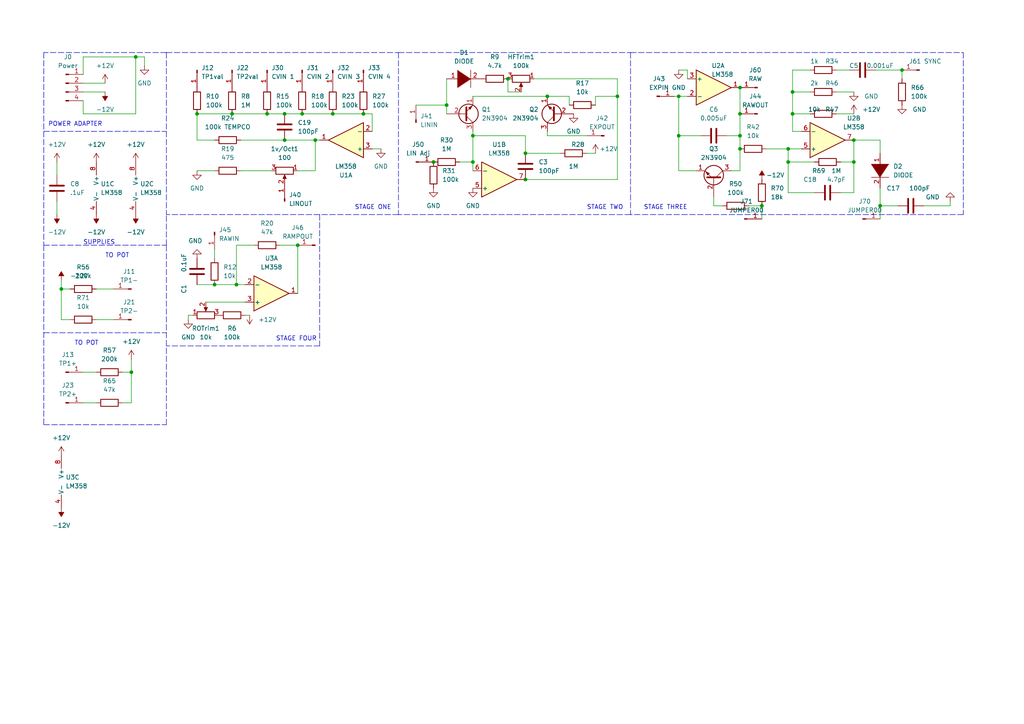
<source format=kicad_sch>
(kicad_sch (version 20211123) (generator eeschema)
  (paper "A4")
  (lib_symbols
    (symbol "Amplifier_Operational:LM358" (pin_names (offset 0.127))
      (property "Reference" "U" (at 0 5.08 0))
      (property "Value" "LM358" (at 0 -5.08 0))
      (symbol "LM358_1_1"
        (polyline (pts (xy -5.08 5.08) (xy 5.08 0) (xy -5.08 -5.08) (xy -5.08 5.08)) (stroke (width 0.254)) (fill (type background)))
        (pin output line (at 7.62 0 180) (length 2.54) (name "~") (number "1"))
        (pin input line (at -7.62 -2.54 0) (length 2.54) (name "-") (number "2"))
        (pin input line (at -7.62 2.54 0) (length 2.54) (name "+") (number "3"))
      )
      (symbol "LM358_2_1"
        (polyline (pts (xy -5.08 5.08) (xy 5.08 0) (xy -5.08 -5.08) (xy -5.08 5.08)) (stroke (width 0.254)) (fill (type background)))
        (pin input line (at -7.62 2.54 0) (length 2.54) (name "+") (number "5"))
        (pin input line (at -7.62 -2.54 0) (length 2.54) (name "-") (number "6"))
        (pin output line (at 7.62 0 180) (length 2.54) (name "~") (number "7"))
      )
      (symbol "LM358_3_1"
        (pin power_in line (at -2.54 -7.62 90) (length 3.81) (name "V-") (number "4"))
        (pin power_in line (at -2.54 7.62 270) (length 3.81) (name "V+") (number "8"))
      )
    )
    (symbol "Connector:Conn_01x01_Male" (pin_names (offset 1.016) hide)
      (property "Reference" "J" (at 0 2.54 0))
      (property "Value" "Conn_01x01_Male" (at 0 -2.54 0))
      (symbol "Conn_01x01_Male_1_1"
        (polyline (pts (xy 1.27 0) (xy 0.8636 0)) (stroke (width 0.1524)))
        (rectangle (start 0.8636 0.127) (end 0 -0.127) (stroke (width 0.1524)) (fill (type outline)))
        (pin passive line (at 5.08 0 180) (length 3.81) (name "Pin_1") (number "1"))
      )
    )
    (symbol "Connector:Conn_01x04_Male" (pin_names (offset 1.016) hide)
      (property "Reference" "J" (at 0 5.08 0))
      (property "Value" "Conn_01x04_Male" (at 0 -7.62 0))
      (symbol "Conn_01x04_Male_1_1"
        (polyline (pts (xy 1.27 -5.08) (xy 0.8636 -5.08)) (stroke (width 0.1524)))
        (polyline (pts (xy 1.27 -2.54) (xy 0.8636 -2.54)) (stroke (width 0.1524)))
        (polyline (pts (xy 1.27 0) (xy 0.8636 0)) (stroke (width 0.1524)))
        (polyline (pts (xy 1.27 2.54) (xy 0.8636 2.54)) (stroke (width 0.1524)))
        (rectangle (start 0.8636 -4.953) (end 0 -5.207) (stroke (width 0.1524)) (fill (type outline)))
        (rectangle (start 0.8636 -2.413) (end 0 -2.667) (stroke (width 0.1524)) (fill (type outline)))
        (rectangle (start 0.8636 0.127) (end 0 -0.127) (stroke (width 0.1524)) (fill (type outline)))
        (rectangle (start 0.8636 2.667) (end 0 2.413) (stroke (width 0.1524)) (fill (type outline)))
        (pin passive line (at 5.08 2.54 180) (length 3.81) (name "Pin_1") (number "1"))
        (pin passive line (at 5.08 0 180) (length 3.81) (name "Pin_2") (number "2"))
        (pin passive line (at 5.08 -2.54 180) (length 3.81) (name "Pin_3") (number "3"))
        (pin passive line (at 5.08 -5.08 180) (length 3.81) (name "Pin_4") (number "4"))
      )
    )
    (symbol "Device:C" (pin_numbers hide) (pin_names (offset 0.254))
      (property "Reference" "C" (at 0.635 2.54 0))
      (property "Value" "C" (at 0.635 -2.54 0))
      (symbol "C_0_1"
        (polyline (pts (xy -2.032 -0.762) (xy 2.032 -0.762)) (stroke (width 0.508)))
        (polyline (pts (xy -2.032 0.762) (xy 2.032 0.762)) (stroke (width 0.508)))
      )
      (symbol "C_1_1"
        (pin passive line (at 0 3.81 270) (length 2.794) (name "~") (number "1"))
        (pin passive line (at 0 -3.81 90) (length 2.794) (name "~") (number "2"))
      )
    )
    (symbol "Device:R" (pin_numbers hide) (pin_names (offset 0))
      (property "Reference" "R" (at 2.032 0 90))
      (property "Value" "R" (at 0 0 90))
      (symbol "R_0_1"
        (rectangle (start -1.016 -2.54) (end 1.016 2.54) (stroke (width 0.254)))
      )
      (symbol "R_1_1"
        (pin passive line (at 0 3.81 270) (length 1.27) (name "~") (number "1"))
        (pin passive line (at 0 -3.81 90) (length 1.27) (name "~") (number "2"))
      )
    )
    (symbol "Device:R_Potentiometer" (pin_names (offset 1.016) hide)
      (property "Reference" "RV" (at -4.445 0 90))
      (property "Value" "R_Potentiometer" (at -2.54 0 90))
      (symbol "R_Potentiometer_0_1"
        (polyline (pts (xy 2.54 0) (xy 1.524 0)))
        (polyline (pts (xy 1.143 0) (xy 2.286 0.508) (xy 2.286 -0.508) (xy 1.143 0)) (fill (type outline)))
        (rectangle (start 1.016 2.54) (end -1.016 -2.54) (stroke (width 0.254)))
      )
      (symbol "R_Potentiometer_1_1"
        (pin passive line (at 0 3.81 270) (length 1.27) (name "1") (number "1"))
        (pin passive line (at 3.81 0 180) (length 1.27) (name "2") (number "2"))
        (pin passive line (at 0 -3.81 90) (length 1.27) (name "3") (number "3"))
      )
    )
    (symbol "Transistor_BJT:2N3904" (pin_names (offset 0) hide)
      (property "Reference" "Q" (at 5.08 1.905 0))
      (property "Value" "2N3904" (at 5.08 0 0))
      (symbol "2N3904_0_1"
        (polyline (pts (xy 0.635 0.635) (xy 2.54 2.54)))
        (polyline (pts (xy 0.635 -0.635) (xy 2.54 -2.54) (xy 2.54 -2.54)))
        (polyline (pts (xy 0.635 1.905) (xy 0.635 -1.905) (xy 0.635 -1.905)) (stroke (width 0.508)))
        (polyline (pts (xy 1.27 -1.778) (xy 1.778 -1.27) (xy 2.286 -2.286) (xy 1.27 -1.778) (xy 1.27 -1.778)) (fill (type outline)))
        (circle (center 1.27 0) (radius 2.8194) (stroke (width 0.254)))
      )
      (symbol "2N3904_1_1"
        (pin passive line (at 2.54 -5.08 90) (length 2.54) (name "E") (number "1"))
        (pin passive line (at -5.08 0 0) (length 5.715) (name "B") (number "2"))
        (pin passive line (at 2.54 5.08 270) (length 2.54) (name "C") (number "3"))
      )
    )
    (symbol "power:+12V" (power) (pin_names (offset 0))
      (property "Value" "+12V" (at 0 3.556 0))
      (symbol "+12V_0_1"
        (polyline (pts (xy -0.762 1.27) (xy 0 2.54)))
        (polyline (pts (xy 0 0) (xy 0 2.54)))
        (polyline (pts (xy 0 2.54) (xy 0.762 1.27)))
      )
      (symbol "+12V_1_1"
        (pin power_in line (at 0 0 90) (length 0) hide (name "+12V") (number "1"))
      )
    )
    (symbol "power:-12V" (power) (pin_names (offset 0))
      (property "Value" "-12V" (at 0 3.81 0))
      (symbol "-12V_0_0"
        (pin power_in line (at 0 0 90) (length 0) hide (name "-12V") (number "1"))
      )
      (symbol "-12V_0_1"
        (polyline (pts (xy 0 0) (xy 0 1.27) (xy 0.762 1.27) (xy 0 2.54) (xy -0.762 1.27) (xy 0 1.27)) (fill (type outline)))
      )
    )
    (symbol "power:GND" (power) (pin_names (offset 0))
      (property "Value" "GND" (at 0 -3.81 0))
      (symbol "GND_0_1"
        (polyline (pts (xy 0 0) (xy 0 -1.27) (xy 1.27 -1.27) (xy 0 -2.54) (xy -1.27 -1.27) (xy 0 -1.27)))
      )
      (symbol "GND_1_1"
        (pin power_in line (at 0 0 270) (length 0) hide (name "GND") (number "1"))
      )
    )
    (symbol "pspice:DIODE" (pin_names (offset 1.016) hide)
      (property "Reference" "D" (at 0 3.81 0))
      (property "Value" "DIODE" (at 0 -4.445 0))
      (symbol "DIODE_0_1"
        (polyline (pts (xy 1.905 2.54) (xy 1.905 -2.54)))
        (polyline (pts (xy -1.905 2.54) (xy -1.905 -2.54) (xy 1.905 0)) (fill (type outline)))
      )
      (symbol "DIODE_1_1"
        (pin input line (at -5.08 0 0) (length 3.81) (name "K") (number "1"))
        (pin input line (at 5.08 0 180) (length 3.81) (name "A") (number "2"))
      )
    )
  )
  (junction (at 196.85 39.37))
  (junction (at 137.16 46.99))
  (junction (at 82.55 40.64))
  (junction (at 57.15 33.02))
  (junction (at 261.62 20.32))
  (junction (at 147.32 22.86))
  (junction (at 38.1 107.95))
  (junction (at 214.63 39.37))
  (junction (at 87.63 33.02))
  (junction (at 67.31 33.02))
  (junction (at 228.6 46.99))
  (junction (at 220.98 59.69))
  (junction (at 229.87 26.67))
  (junction (at 17.78 83.82))
  (junction (at 179.07 27.94))
  (junction (at 125.73 46.99))
  (junction (at 62.23 82.55))
  (junction (at 91.44 40.64))
  (junction (at 229.87 33.02))
  (junction (at 214.63 25.4))
  (junction (at 214.63 33.02))
  (junction (at 228.6 43.18))
  (junction (at 96.52 33.02))
  (junction (at 137.16 39.37))
  (junction (at 152.4 52.07))
  (junction (at 247.65 40.64))
  (junction (at 214.63 43.18))
  (junction (at 68.58 82.55))
  (junction (at 39.37 16.51))
  (junction (at 105.41 33.02))
  (junction (at 82.55 33.02))
  (junction (at 196.85 27.94))
  (junction (at 129.54 30.48))
  (junction (at 77.47 33.02))
  (junction (at 86.36 71.12))
  (junction (at 152.4 44.45))
  (junction (at 247.65 46.99))
  (junction (at 158.75 27.94))
  (junction (at 255.27 59.69))
  (wire (pts (xy 229.87 38.1) (xy 229.87 33.02)))
  (wire (pts (xy 137.16 38.1) (xy 137.16 39.37)))
  (wire (pts (xy 77.47 33.02) (xy 82.55 33.02)))
  (wire (pts (xy 162.56 44.45) (xy 152.4 44.45)))
  (wire (pts (xy 242.57 33.02) (xy 247.65 33.02)))
  (wire (pts (xy 158.75 39.37) (xy 170.18 39.37)))
  (wire (pts (xy 236.22 55.88) (xy 228.6 55.88)))
  (wire (pts (xy 24.13 33.02) (xy 24.13 29.21)))
  (wire (pts (xy 86.36 49.53) (xy 91.44 49.53)))
  (wire (pts (xy 236.22 46.99) (xy 228.6 46.99)))
  (wire (pts (xy 247.65 55.88) (xy 243.84 55.88)))
  (wire (pts (xy 165.1 27.94) (xy 165.1 30.48)))
  (polyline (pts (xy 115.57 15.24) (xy 115.57 62.23)))
  (wire (pts (xy 27.94 92.71) (xy 33.02 92.71)))
  (wire (pts (xy 172.72 27.94) (xy 179.07 27.94)))
  (wire (pts (xy 82.55 33.02) (xy 87.63 33.02)))
  (wire (pts (xy 96.52 33.02) (xy 105.41 33.02)))
  (wire (pts (xy 57.15 33.02) (xy 67.31 33.02)))
  (polyline (pts (xy 92.71 100.33) (xy 48.26 100.33)))
  (wire (pts (xy 242.57 20.32) (xy 246.38 20.32)))
  (wire (pts (xy 196.85 49.53) (xy 201.93 49.53)))
  (wire (pts (xy 57.15 33.02) (xy 57.15 40.64)))
  (wire (pts (xy 255.27 59.69) (xy 260.35 59.69)))
  (wire (pts (xy 179.07 22.86) (xy 179.07 27.94)))
  (wire (pts (xy 24.13 24.13) (xy 30.48 24.13)))
  (wire (pts (xy 133.35 46.99) (xy 137.16 46.99)))
  (wire (pts (xy 137.16 39.37) (xy 152.4 39.37)))
  (wire (pts (xy 82.55 40.64) (xy 91.44 40.64)))
  (wire (pts (xy 214.63 49.53) (xy 212.09 49.53)))
  (wire (pts (xy 57.15 49.53) (xy 62.23 49.53)))
  (wire (pts (xy 247.65 40.64) (xy 247.65 46.99)))
  (wire (pts (xy 196.85 20.32) (xy 199.39 20.32)))
  (wire (pts (xy 255.27 54.61) (xy 255.27 59.69)))
  (wire (pts (xy 154.94 22.86) (xy 179.07 22.86)))
  (polyline (pts (xy 115.57 62.23) (xy 48.26 62.23)))
  (wire (pts (xy 129.54 22.86) (xy 129.54 30.48)))
  (polyline (pts (xy 12.7 15.24) (xy 12.7 38.1)))
  (wire (pts (xy 69.85 40.64) (xy 82.55 40.64)))
  (wire (pts (xy 214.63 39.37) (xy 214.63 43.18)))
  (wire (pts (xy 54.61 91.44) (xy 54.61 92.71)))
  (wire (pts (xy 24.13 21.59) (xy 24.13 16.51)))
  (wire (pts (xy 41.91 16.51) (xy 41.91 19.05)))
  (wire (pts (xy 179.07 27.94) (xy 179.07 52.07)))
  (polyline (pts (xy 182.88 15.24) (xy 279.4 15.24)))
  (wire (pts (xy 17.78 92.71) (xy 20.32 92.71)))
  (wire (pts (xy 120.65 30.48) (xy 129.54 30.48)))
  (wire (pts (xy 275.59 59.69) (xy 267.97 59.69)))
  (wire (pts (xy 147.32 26.67) (xy 147.32 22.86)))
  (wire (pts (xy 261.62 20.32) (xy 261.62 22.86)))
  (polyline (pts (xy 12.7 38.1) (xy 48.26 38.1)))
  (wire (pts (xy 207.01 57.15) (xy 207.01 59.69)))
  (wire (pts (xy 228.6 46.99) (xy 228.6 43.18)))
  (wire (pts (xy 232.41 38.1) (xy 229.87 38.1)))
  (wire (pts (xy 220.98 59.69) (xy 220.98 63.5)))
  (wire (pts (xy 68.58 82.55) (xy 71.12 82.55)))
  (wire (pts (xy 17.78 83.82) (xy 20.32 83.82)))
  (wire (pts (xy 214.63 43.18) (xy 214.63 49.53)))
  (wire (pts (xy 24.13 26.67) (xy 30.48 26.67)))
  (wire (pts (xy 229.87 33.02) (xy 234.95 33.02)))
  (wire (pts (xy 207.01 59.69) (xy 209.55 59.69)))
  (wire (pts (xy 38.1 107.95) (xy 38.1 116.84)))
  (wire (pts (xy 38.1 104.14) (xy 38.1 107.95)))
  (polyline (pts (xy 48.26 15.24) (xy 115.57 15.24)))
  (polyline (pts (xy 48.26 123.19) (xy 48.26 71.12)))
  (wire (pts (xy 196.85 39.37) (xy 196.85 49.53)))
  (wire (pts (xy 247.65 46.99) (xy 243.84 46.99)))
  (polyline (pts (xy 12.7 96.52) (xy 48.26 96.52)))
  (polyline (pts (xy 48.26 71.12) (xy 48.26 62.23)))
  (wire (pts (xy 220.98 59.69) (xy 217.17 59.69)))
  (wire (pts (xy 91.44 40.64) (xy 92.71 40.64)))
  (wire (pts (xy 228.6 43.18) (xy 232.41 43.18)))
  (wire (pts (xy 228.6 55.88) (xy 228.6 46.99)))
  (polyline (pts (xy 279.4 62.23) (xy 182.88 62.23)))
  (wire (pts (xy 229.87 26.67) (xy 229.87 33.02)))
  (wire (pts (xy 87.63 33.02) (xy 96.52 33.02)))
  (wire (pts (xy 152.4 44.45) (xy 152.4 39.37)))
  (wire (pts (xy 91.44 49.53) (xy 91.44 40.64)))
  (wire (pts (xy 69.85 49.53) (xy 78.74 49.53)))
  (polyline (pts (xy 48.26 15.24) (xy 12.7 15.24)))
  (wire (pts (xy 16.51 58.42) (xy 16.51 62.23)))
  (wire (pts (xy 27.94 83.82) (xy 33.02 83.82)))
  (wire (pts (xy 158.75 38.1) (xy 158.75 39.37)))
  (wire (pts (xy 170.18 44.45) (xy 172.72 44.45)))
  (wire (pts (xy 16.51 46.99) (xy 16.51 50.8)))
  (polyline (pts (xy 279.4 15.24) (xy 279.4 62.23)))
  (wire (pts (xy 196.85 27.94) (xy 199.39 27.94)))
  (polyline (pts (xy 115.57 15.24) (xy 182.88 15.24)))
  (wire (pts (xy 229.87 20.32) (xy 234.95 20.32)))
  (polyline (pts (xy 12.7 71.12) (xy 48.26 71.12)))
  (wire (pts (xy 24.13 16.51) (xy 39.37 16.51)))
  (wire (pts (xy 24.13 116.84) (xy 27.94 116.84)))
  (wire (pts (xy 17.78 81.28) (xy 17.78 83.82)))
  (wire (pts (xy 62.23 72.39) (xy 62.23 74.93)))
  (wire (pts (xy 59.69 87.63) (xy 71.12 87.63)))
  (wire (pts (xy 67.31 33.02) (xy 77.47 33.02)))
  (polyline (pts (xy 92.71 62.23) (xy 92.71 100.33)))
  (wire (pts (xy 105.41 33.02) (xy 107.95 33.02)))
  (polyline (pts (xy 12.7 123.19) (xy 48.26 123.19)))
  (wire (pts (xy 39.37 16.51) (xy 39.37 33.02)))
  (wire (pts (xy 275.59 58.42) (xy 275.59 59.69)))
  (wire (pts (xy 107.95 33.02) (xy 107.95 38.1)))
  (wire (pts (xy 68.58 71.12) (xy 68.58 82.55)))
  (wire (pts (xy 137.16 39.37) (xy 137.16 46.99)))
  (wire (pts (xy 247.65 40.64) (xy 255.27 40.64)))
  (wire (pts (xy 222.25 43.18) (xy 228.6 43.18)))
  (wire (pts (xy 210.82 39.37) (xy 214.63 39.37)))
  (wire (pts (xy 39.37 16.51) (xy 41.91 16.51)))
  (wire (pts (xy 214.63 33.02) (xy 214.63 39.37)))
  (wire (pts (xy 81.28 71.12) (xy 86.36 71.12)))
  (wire (pts (xy 57.15 40.64) (xy 62.23 40.64)))
  (wire (pts (xy 73.66 71.12) (xy 68.58 71.12)))
  (wire (pts (xy 199.39 20.32) (xy 199.39 22.86)))
  (wire (pts (xy 57.15 82.55) (xy 62.23 82.55)))
  (wire (pts (xy 158.75 27.94) (xy 165.1 27.94)))
  (wire (pts (xy 35.56 107.95) (xy 38.1 107.95)))
  (wire (pts (xy 195.58 27.94) (xy 196.85 27.94)))
  (wire (pts (xy 62.23 82.55) (xy 68.58 82.55)))
  (wire (pts (xy 196.85 39.37) (xy 203.2 39.37)))
  (wire (pts (xy 24.13 107.95) (xy 27.94 107.95)))
  (wire (pts (xy 242.57 26.67) (xy 247.65 26.67)))
  (wire (pts (xy 39.37 33.02) (xy 24.13 33.02)))
  (wire (pts (xy 152.4 52.07) (xy 179.07 52.07)))
  (wire (pts (xy 17.78 83.82) (xy 17.78 92.71)))
  (wire (pts (xy 229.87 26.67) (xy 234.95 26.67)))
  (wire (pts (xy 255.27 59.69) (xy 255.27 63.5)))
  (wire (pts (xy 229.87 26.67) (xy 229.87 20.32)))
  (polyline (pts (xy 182.88 15.24) (xy 182.88 62.23)))
  (wire (pts (xy 129.54 30.48) (xy 129.54 33.02)))
  (polyline (pts (xy 48.26 15.24) (xy 48.26 62.23)))
  (wire (pts (xy 55.88 91.44) (xy 54.61 91.44)))
  (wire (pts (xy 254 20.32) (xy 261.62 20.32)))
  (wire (pts (xy 86.36 71.12) (xy 86.36 85.09)))
  (wire (pts (xy 172.72 30.48) (xy 172.72 27.94)))
  (wire (pts (xy 110.49 43.18) (xy 107.95 43.18)))
  (wire (pts (xy 38.1 116.84) (xy 35.56 116.84)))
  (wire (pts (xy 255.27 40.64) (xy 255.27 44.45)))
  (wire (pts (xy 137.16 27.94) (xy 158.75 27.94)))
  (wire (pts (xy 151.13 26.67) (xy 147.32 26.67)))
  (polyline (pts (xy 12.7 71.12) (xy 12.7 123.19)))
  (wire (pts (xy 214.63 25.4) (xy 214.63 33.02)))
  (polyline (pts (xy 182.88 62.23) (xy 115.57 62.23)))
  (polyline (pts (xy 12.7 38.1) (xy 12.7 71.12)))
  (wire (pts (xy 247.65 46.99) (xy 247.65 55.88)))
  (wire (pts (xy 137.16 46.99) (xy 137.16 49.53)))
  (wire (pts (xy 71.12 91.44) (xy 72.39 91.44)))
  (wire (pts (xy 196.85 27.94) (xy 196.85 39.37)))
  (text "TO POT" (at 30.48 74.93 0) (effects (font (size 1.27 1.27)) (justify left bottom)))
  (text "STAGE THREE" (at 186.69 60.96 0) (effects (font (size 1.27 1.27)) (justify left bottom)))
  (text "STAGE TWO" (at 170.18 60.96 0) (effects (font (size 1.27 1.27)) (justify left bottom)))
  (text "POWER ADAPTER" (at 13.97 36.83 0) (effects (font (size 1.27 1.27)) (justify left bottom)))
  (text "STAGE ONE" (at 102.87 60.96 0) (effects (font (size 1.27 1.27)) (justify left bottom)))
  (text "STAGE FOUR" (at 80.01 99.06 0) (effects (font (size 1.27 1.27)) (justify left bottom)))
  (text "TO POT" (at 21.59 100.33 0) (effects (font (size 1.27 1.27)) (justify left bottom)))
  (text "SUPPLIES" (at 24.13 71.12 0) (effects (font (size 1.27 1.27)) (justify left bottom)))
  (symbol (lib_id "Connector:Conn_01x01_Male") (at 190.5 27.94 0) (unit 1)
    (property "Reference" "J43" (at 191.135 22.86 0))
    (property "Value" "EXPIN" (at 191.135 25.4 0))
    (property "Footprint" "Connector_PinHeader_2.54mm:PinHeader_1x01_P2.54mm_Vertical" (effects hide))
  )
  (symbol (lib_id "Device:R") (at 220.98 55.88 180) (unit 1)
    (property "Reference" "R70" (at 223.52 54.6099 0) (effects (justify right)))
    (property "Value" "18k" (at 223.52 57.1499 0) (effects (justify right)))
    (property "Footprint" "Resistor_SMD:R_1206_3216Metric" (effects hide))
  )
  (symbol (lib_id "power:-12V") (at 220.98 52.07 0) (unit 1)
    (property "Reference" "#PWR0102" (effects hide))
    (property "Value" "-12V" (at 222.25 50.8 0) (effects (justify left)))
  )
  (symbol (lib_id "Connector:Conn_01x01_Male") (at 175.26 39.37 180) (unit 1)
    (property "Reference" "J42" (at 174.625 34.29 0))
    (property "Value" "EXPOUT" (at 174.625 36.83 0))
    (property "Footprint" "Connector_PinHeader_2.54mm:PinHeader_1x01_P2.54mm_Vertical" (effects hide))
  )
  (symbol (lib_id "Device:R") (at 166.37 44.45 270) (unit 1)
    (property "Reference" "R28" (at 167.64 41.91 90))
    (property "Value" "1M" (at 166.37 48.26 90))
    (property "Footprint" "Resistor_SMD:R_1206_3216Metric" (effects hide))
  )
  (symbol (lib_id "power:-12V") (at 27.94 62.23 180) (unit 1)
    (property "Reference" "#PWR0121" (effects hide))
    (property "Value" "-12V" (at 27.94 67.31 0))
  )
  (symbol (lib_id "Device:C") (at 250.19 20.32 90) (unit 1)
    (property "Reference" "C5" (at 247.65 19.05 90))
    (property "Value" "0.001uF" (at 255.27 19.05 90))
    (property "Footprint" "Capacitor_SMD:C_1206_3216Metric" (effects hide))
  )
  (symbol (lib_id "Device:C") (at 57.15 78.74 180) (unit 1)
    (property "Reference" "C1" (at 53.34 83.82 90))
    (property "Value" "0.1uF" (at 53.34 76.2 90))
    (property "Footprint" "Capacitor_SMD:C_1206_3216Metric" (effects hide))
  )
  (symbol (lib_id "power:+12V") (at 17.78 132.08 0) (unit 1)
    (property "Reference" "#PWR0124" (effects hide))
    (property "Value" "+12V" (at 17.78 127 0))
  )
  (symbol (lib_id "Connector:Conn_01x01_Male") (at 82.55 58.42 90) (unit 1)
    (property "Reference" "J40" (at 83.82 56.5149 90) (effects (justify right)))
    (property "Value" "LINOUT" (at 83.82 59.0549 90) (effects (justify right)))
    (property "Footprint" "Connector_PinHeader_2.54mm:PinHeader_1x01_P2.54mm_Vertical" (effects hide))
  )
  (symbol (lib_id "power:GND") (at 57.15 74.93 180) (unit 1)
    (property "Reference" "#PWR0126" (effects hide))
    (property "Value" "GND" (at 54.61 69.85 0) (effects (justify right)))
  )
  (symbol (lib_id "Connector:Conn_01x01_Male") (at 250.19 63.5 0) (unit 1)
    (property "Reference" "J70" (at 250.825 58.42 0))
    (property "Value" "JUMPER00" (at 250.825 60.96 0))
    (property "Footprint" "Connector_PinHeader_2.54mm:PinHeader_1x01_P2.54mm_Vertical" (effects hide))
  )
  (symbol (lib_id "Connector:Conn_01x01_Male") (at 105.41 20.32 270) (unit 1)
    (property "Reference" "J33" (at 106.68 19.6849 90) (effects (justify left)))
    (property "Value" "CVIN 4" (at 106.68 22.2249 90) (effects (justify left)))
    (property "Footprint" "Connector_PinHeader_2.54mm:PinHeader_1x01_P2.54mm_Vertical" (effects hide))
  )
  (symbol (lib_id "Device:R") (at 31.75 107.95 90) (unit 1)
    (property "Reference" "R57" (at 31.75 101.6 90))
    (property "Value" "200k" (at 31.75 104.14 90))
    (property "Footprint" "Resistor_SMD:R_1206_3216Metric" (effects hide))
  )
  (symbol (lib_id "power:+12V") (at 16.51 46.99 0) (unit 1)
    (property "Reference" "#PWR0117" (effects hide))
    (property "Value" "+12V" (at 16.51 41.91 0))
  )
  (symbol (lib_id "Connector:Conn_01x01_Male") (at 219.71 33.02 180) (unit 1)
    (property "Reference" "J44" (at 219.075 27.94 0))
    (property "Value" "RAWOUT" (at 219.075 30.48 0))
    (property "Footprint" "Connector_PinHeader_2.54mm:PinHeader_1x01_P2.54mm_Vertical" (effects hide))
  )
  (symbol (lib_id "Connector:Conn_01x01_Male") (at 62.23 67.31 270) (unit 1)
    (property "Reference" "J45" (at 63.5 66.6749 90) (effects (justify left)))
    (property "Value" "RAWIN" (at 63.5 69.2149 90) (effects (justify left)))
    (property "Footprint" "Connector_PinHeader_2.54mm:PinHeader_1x01_P2.54mm_Vertical" (effects hide))
  )
  (symbol (lib_id "power:GND") (at 247.65 26.67 0) (unit 1)
    (property "Reference" "#PWR0106" (effects hide))
    (property "Value" "GND" (at 252.73 27.94 0))
  )
  (symbol (lib_id "Amplifier_Operational:LM358") (at 207.01 25.4 0) (unit 1)
    (property "Reference" "U2" (at 208.28 19.05 0))
    (property "Value" "LM358" (at 209.55 21.59 0))
    (property "Footprint" "Package_DIP:DIP-8_W7.62mm" (effects hide))
    (property "Datasheet" "http://www.ti.com/lit/ds/symlink/lm2904-n.pdf" (effects hide))
  )
  (symbol (lib_id "power:-12V") (at 17.78 147.32 180) (unit 1)
    (property "Reference" "#PWR0125" (effects hide))
    (property "Value" "-12V" (at 17.78 152.4 0))
  )
  (symbol (lib_id "Connector:Conn_01x01_Male") (at 219.71 25.4 180) (unit 1)
    (property "Reference" "J60" (at 219.075 20.32 0))
    (property "Value" "RAW" (at 219.075 22.86 0))
    (property "Footprint" "Connector_PinHeader_2.54mm:PinHeader_1x01_P2.54mm_Vertical" (effects hide))
  )
  (symbol (lib_id "Device:C") (at 207.01 39.37 90) (unit 1)
    (property "Reference" "C6" (at 207.01 31.75 90))
    (property "Value" "0.005uF" (at 207.01 34.29 90))
    (property "Footprint" "Capacitor_SMD:C_1206_3216Metric" (effects hide))
  )
  (symbol (lib_id "Connector:Conn_01x01_Male") (at 38.1 83.82 180) (unit 1)
    (property "Reference" "J11" (at 37.465 78.74 0))
    (property "Value" "TP1-" (at 37.465 81.28 0))
    (property "Footprint" "Connector_PinHeader_2.54mm:PinHeader_1x01_P2.54mm_Vertical" (effects hide))
  )
  (symbol (lib_id "Device:C") (at 152.4 48.26 0) (unit 1)
    (property "Reference" "C3" (at 156.21 46.9899 0) (effects (justify left)))
    (property "Value" "100pF" (at 156.21 49.5299 0) (effects (justify left)))
    (property "Footprint" "Capacitor_SMD:C_1206_3216Metric" (effects hide))
  )
  (symbol (lib_id "power:-12V") (at 17.78 81.28 0) (unit 1)
    (property "Reference" "#PWR0122" (effects hide))
    (property "Value" "-12V" (at 20.32 80.0099 0) (effects (justify left)))
  )
  (symbol (lib_id "Device:R") (at 238.76 26.67 90) (unit 1)
    (property "Reference" "R46" (at 241.3 24.13 90))
    (property "Value" "2k" (at 236.22 24.13 90))
    (property "Footprint" "Resistor_SMD:R_1206_3216Metric" (effects hide))
  )
  (symbol (lib_id "Device:R") (at 261.62 26.67 180) (unit 1)
    (property "Reference" "R66" (at 264.16 25.3999 0) (effects (justify right)))
    (property "Value" "100k" (at 264.16 27.9399 0) (effects (justify right)))
    (property "Footprint" "Resistor_SMD:R_1206_3216Metric" (effects hide))
  )
  (symbol (lib_id "power:GND") (at 137.16 54.61 0) (unit 1)
    (property "Reference" "#PWR0103" (effects hide))
    (property "Value" "GND" (at 137.16 59.69 0))
  )
  (symbol (lib_id "Device:R") (at 31.75 116.84 90) (unit 1)
    (property "Reference" "R65" (at 31.75 110.49 90))
    (property "Value" "47k" (at 31.75 113.03 90))
    (property "Footprint" "Resistor_SMD:R_1206_3216Metric" (effects hide))
  )
  (symbol (lib_id "Device:R") (at 87.63 29.21 180) (unit 1)
    (property "Reference" "R18" (at 90.17 27.9399 0) (effects (justify right)))
    (property "Value" "100k" (at 90.17 30.4799 0) (effects (justify right)))
    (property "Footprint" "Resistor_SMD:R_1206_3216Metric" (effects hide))
  )
  (symbol (lib_id "Connector:Conn_01x04_Male") (at 19.05 24.13 0) (unit 1)
    (property "Reference" "J0" (at 19.685 16.51 0))
    (property "Value" "Power" (at 19.685 19.05 0))
    (property "Footprint" "Connector_PinHeader_2.54mm:PinHeader_1x04_P2.54mm_Vertical" (effects hide))
  )
  (symbol (lib_id "power:+12V") (at 247.65 33.02 0) (unit 1)
    (property "Reference" "#PWR0107" (effects hide))
    (property "Value" "+12V" (at 252.73 31.75 0))
  )
  (symbol (lib_id "Connector:Conn_01x01_Male") (at 38.1 92.71 180) (unit 1)
    (property "Reference" "J21" (at 37.465 87.63 0))
    (property "Value" "TP2-" (at 37.465 90.17 0))
    (property "Footprint" "Connector_PinHeader_2.54mm:PinHeader_1x01_P2.54mm_Vertical" (effects hide))
  )
  (symbol (lib_id "pspice:DIODE") (at 134.62 22.86 0) (unit 1)
    (property "Reference" "D1" (at 134.62 15.24 0))
    (property "Value" "DIODE" (at 134.62 17.78 0))
    (property "Footprint" "Diode_SMD:D_1206_3216Metric" (effects hide))
  )
  (symbol (lib_id "Connector:Conn_01x01_Male") (at 120.65 46.99 0) (unit 1)
    (property "Reference" "J50" (at 121.285 41.91 0))
    (property "Value" "LIN Adj" (at 121.285 44.45 0))
    (property "Footprint" "Connector_PinHeader_2.54mm:PinHeader_1x01_P2.54mm_Vertical" (effects hide))
  )
  (symbol (lib_id "Device:C") (at 16.51 54.61 0) (unit 1)
    (property "Reference" "C8" (at 20.32 53.3399 0) (effects (justify left)))
    (property "Value" ".1uF" (at 20.32 55.8799 0) (effects (justify left)))
    (property "Footprint" "Capacitor_SMD:C_1206_3216Metric" (effects hide))
  )
  (symbol (lib_id "Connector:Conn_01x01_Male") (at 57.15 20.32 270) (unit 1)
    (property "Reference" "J12" (at 58.42 19.6849 90) (effects (justify left)))
    (property "Value" "TP1val" (at 58.42 22.2249 90) (effects (justify left)))
    (property "Footprint" "Connector_PinHeader_2.54mm:PinHeader_1x01_P2.54mm_Vertical" (effects hide))
  )
  (symbol (lib_id "power:GND") (at 196.85 20.32 0) (unit 1)
    (property "Reference" "#PWR0109" (effects hide))
    (property "Value" "GND" (at 196.85 25.4 0))
  )
  (symbol (lib_id "Device:R_Potentiometer") (at 151.13 22.86 270) (unit 1)
    (property "Reference" "HFTrim1" (at 151.13 16.51 90))
    (property "Value" "100k" (at 151.13 19.05 90))
    (property "Footprint" "Potentiometer_THT:Potentiometer_ACP_CA6-H2,5_Horizontal" (effects hide))
  )
  (symbol (lib_id "Connector:Conn_01x01_Male") (at 215.9 63.5 0) (unit 1)
    (property "Reference" "J71" (at 216.535 58.42 0))
    (property "Value" "JUMPER00" (at 216.535 60.96 0))
    (property "Footprint" "Connector_PinHeader_2.54mm:PinHeader_1x01_P2.54mm_Vertical" (effects hide))
  )
  (symbol (lib_id "Connector:Conn_01x01_Male") (at 77.47 20.32 270) (unit 1)
    (property "Reference" "J30" (at 78.74 19.6849 90) (effects (justify left)))
    (property "Value" "CVIN 1" (at 78.74 22.2249 90) (effects (justify left)))
    (property "Footprint" "Connector_PinHeader_2.54mm:PinHeader_1x01_P2.54mm_Vertical" (effects hide))
  )
  (symbol (lib_id "Amplifier_Operational:LM358") (at 78.74 85.09 0) (mirror x) (unit 1)
    (property "Reference" "U3" (at 78.74 74.93 0))
    (property "Value" "LM358" (at 78.74 77.47 0))
    (property "Footprint" "Package_DIP:DIP-8_W7.62mm" (effects hide))
    (property "Datasheet" "http://www.ti.com/lit/ds/symlink/lm2904-n.pdf" (effects hide))
  )
  (symbol (lib_id "Device:R") (at 129.54 46.99 90) (unit 1)
    (property "Reference" "R30" (at 129.54 40.64 90))
    (property "Value" "1M" (at 129.54 43.18 90))
    (property "Footprint" "Resistor_SMD:R_1206_3216Metric" (effects hide))
  )
  (symbol (lib_id "power:GND") (at 110.49 43.18 0) (unit 1)
    (property "Reference" "#PWR0105" (effects hide))
    (property "Value" "GND" (at 110.49 48.26 0))
  )
  (symbol (lib_id "Connector:Conn_01x01_Male") (at 19.05 107.95 0) (unit 1)
    (property "Reference" "J13" (at 19.685 102.87 0))
    (property "Value" "TP1+" (at 19.685 105.41 0))
    (property "Footprint" "Connector_PinHeader_2.54mm:PinHeader_1x01_P2.54mm_Vertical" (effects hide))
  )
  (symbol (lib_id "Amplifier_Operational:LM358") (at 41.91 54.61 0) (unit 3)
    (property "Reference" "U2" (at 40.64 53.3399 0) (effects (justify left)))
    (property "Value" "LM358" (at 40.64 55.8799 0) (effects (justify left)))
    (property "Footprint" "Package_DIP:DIP-8_W7.62mm" (effects hide))
    (property "Datasheet" "http://www.ti.com/lit/ds/symlink/lm2904-n.pdf" (effects hide))
  )
  (symbol (lib_id "Device:R") (at 66.04 40.64 270) (unit 1)
    (property "Reference" "R24" (at 66.04 34.29 90))
    (property "Value" "100k TEMPCO" (at 66.04 36.83 90))
    (property "Footprint" "Resistor_THT:R_Axial_DIN0204_L3.6mm_D1.6mm_P5.08mm_Horizontal" (effects hide))
  )
  (symbol (lib_id "pspice:DIODE") (at 255.27 49.53 270) (unit 1)
    (property "Reference" "D2" (at 259.08 48.2599 90) (effects (justify left)))
    (property "Value" "DIODE" (at 259.08 50.7999 90) (effects (justify left)))
    (property "Footprint" "Diode_SMD:D_1206_3216Metric" (effects hide))
  )
  (symbol (lib_id "power:GND") (at 275.59 58.42 180) (unit 1)
    (property "Reference" "#PWR0101" (effects hide))
    (property "Value" "GND" (at 270.51 57.15 0))
  )
  (symbol (lib_id "Device:C") (at 240.03 55.88 90) (unit 1)
    (property "Reference" "C18" (at 234.95 52.07 90))
    (property "Value" "4.7pF" (at 242.57 52.07 90))
    (property "Footprint" "Capacitor_SMD:C_1206_3216Metric" (effects hide))
  )
  (symbol (lib_id "Amplifier_Operational:LM358") (at 240.03 40.64 0) (mirror x) (unit 2)
    (property "Reference" "U2" (at 247.65 34.29 0))
    (property "Value" "LM358" (at 247.65 36.83 0))
    (property "Footprint" "Package_DIP:DIP-8_W7.62mm" (effects hide))
    (property "Datasheet" "http://www.ti.com/lit/ds/symlink/lm2904-n.pdf" (effects hide))
  )
  (symbol (lib_id "Device:R") (at 238.76 33.02 90) (unit 1)
    (property "Reference" "R47" (at 241.3 31.75 90))
    (property "Value" "10k" (at 236.22 31.75 90))
    (property "Footprint" "Resistor_SMD:R_1206_3216Metric" (effects hide))
  )
  (symbol (lib_id "power:-12V") (at 16.51 62.23 180) (unit 1)
    (property "Reference" "#PWR0118" (effects hide))
    (property "Value" "-12V" (at 16.51 67.31 0))
  )
  (symbol (lib_id "Device:R") (at 105.41 29.21 180) (unit 1)
    (property "Reference" "R27" (at 107.95 27.9399 0) (effects (justify right)))
    (property "Value" "100k" (at 107.95 30.4799 0) (effects (justify right)))
    (property "Footprint" "Resistor_SMD:R_1206_3216Metric" (effects hide))
  )
  (symbol (lib_id "Device:R") (at 57.15 29.21 180) (unit 1)
    (property "Reference" "R10" (at 59.69 27.9399 0) (effects (justify right)))
    (property "Value" "100k" (at 59.69 30.4799 0) (effects (justify right)))
    (property "Footprint" "Resistor_SMD:R_1206_3216Metric" (effects hide))
  )
  (symbol (lib_id "Device:R") (at 96.52 29.21 180) (unit 1)
    (property "Reference" "R23" (at 99.06 27.9399 0) (effects (justify right)))
    (property "Value" "100k" (at 99.06 30.4799 0) (effects (justify right)))
    (property "Footprint" "Resistor_SMD:R_1206_3216Metric" (effects hide))
  )
  (symbol (lib_id "Device:R_Potentiometer") (at 59.69 91.44 90) (unit 1)
    (property "Reference" "ROTrim1" (at 59.69 95.25 90))
    (property "Value" "10k" (at 59.69 97.79 90))
    (property "Footprint" "Potentiometer_THT:Potentiometer_ACP_CA6-H2,5_Horizontal" (effects hide))
  )
  (symbol (lib_id "Transistor_BJT:2N3904") (at 207.01 52.07 270) (mirror x) (unit 1)
    (property "Reference" "Q3" (at 207.01 43.18 90))
    (property "Value" "2N3904" (at 207.01 45.72 90))
    (property "Footprint" "Package_TO_SOT_THT:TO-92_Inline" (effects hide))
    (property "Datasheet" "https://www.onsemi.com/pub/Collateral/2N3903-D.PDF" (effects hide))
  )
  (symbol (lib_id "Device:C") (at 264.16 59.69 90) (unit 1)
    (property "Reference" "C17" (at 259.08 54.61 90))
    (property "Value" "100pF" (at 266.7 54.61 90))
    (property "Footprint" "Capacitor_SMD:C_1206_3216Metric" (effects hide))
  )
  (symbol (lib_id "power:+12V") (at 38.1 104.14 0) (unit 1)
    (property "Reference" "#PWR0123" (effects hide))
    (property "Value" "+12V" (at 38.1 99.06 0))
  )
  (symbol (lib_id "power:GND") (at 41.91 19.05 0) (unit 1)
    (property "Reference" "#PWR0113" (effects hide))
    (property "Value" "GND" (at 41.91 24.13 0))
  )
  (symbol (lib_id "Device:R") (at 67.31 29.21 180) (unit 1)
    (property "Reference" "R8" (at 69.85 27.9399 0) (effects (justify right)))
    (property "Value" "1M" (at 69.85 30.4799 0) (effects (justify right)))
    (property "Footprint" "Resistor_SMD:R_1206_3216Metric" (effects hide))
  )
  (symbol (lib_id "Amplifier_Operational:LM358") (at 20.32 139.7 0) (unit 3)
    (property "Reference" "U3" (at 19.05 138.4299 0) (effects (justify left)))
    (property "Value" "LM358" (at 19.05 140.9699 0) (effects (justify left)))
    (property "Footprint" "Package_DIP:DIP-8_W7.62mm" (effects hide))
    (property "Datasheet" "http://www.ti.com/lit/ds/symlink/lm2904-n.pdf" (effects hide))
  )
  (symbol (lib_id "Connector:Conn_01x01_Male") (at 19.05 116.84 0) (unit 1)
    (property "Reference" "J23" (at 19.685 111.76 0))
    (property "Value" "TP2+" (at 19.685 114.3 0))
    (property "Footprint" "Connector_PinHeader_2.54mm:PinHeader_1x01_P2.54mm_Vertical" (effects hide))
  )
  (symbol (lib_id "power:+12V") (at 172.72 44.45 0) (unit 1)
    (property "Reference" "#PWR0110" (effects hide))
    (property "Value" "+12V" (at 176.53 43.18 0))
  )
  (symbol (lib_id "Amplifier_Operational:LM358") (at 100.33 40.64 180) (unit 1)
    (property "Reference" "U1" (at 100.33 50.8 0))
    (property "Value" "LM358" (at 100.33 48.26 0))
    (property "Footprint" "Package_DIP:DIP-8_W7.62mm" (effects hide))
    (property "Datasheet" "http://www.ti.com/lit/ds/symlink/lm2904-n.pdf" (effects hide))
  )
  (symbol (lib_id "Device:R") (at 218.44 43.18 90) (unit 1)
    (property "Reference" "R42" (at 218.44 36.83 90))
    (property "Value" "10k" (at 218.44 39.37 90))
    (property "Footprint" "Resistor_SMD:R_1206_3216Metric" (effects hide))
  )
  (symbol (lib_id "Connector:Conn_01x01_Male") (at 87.63 20.32 270) (unit 1)
    (property "Reference" "J31" (at 88.9 19.6849 90) (effects (justify left)))
    (property "Value" "CVIN 2" (at 88.9 22.2249 90) (effects (justify left)))
    (property "Footprint" "Connector_PinHeader_2.54mm:PinHeader_1x01_P2.54mm_Vertical" (effects hide))
  )
  (symbol (lib_id "Device:R") (at 77.47 29.21 180) (unit 1)
    (property "Reference" "R15" (at 80.01 27.9399 0) (effects (justify right)))
    (property "Value" "100k" (at 80.01 30.4799 0) (effects (justify right)))
    (property "Footprint" "Resistor_SMD:R_1206_3216Metric" (effects hide))
  )
  (symbol (lib_id "Device:R") (at 67.31 91.44 90) (unit 1)
    (property "Reference" "R6" (at 67.31 95.25 90))
    (property "Value" "100k" (at 67.31 97.79 90))
    (property "Footprint" "Resistor_SMD:R_1206_3216Metric" (effects hide))
  )
  (symbol (lib_id "Device:R") (at 213.36 59.69 270) (unit 1)
    (property "Reference" "R50" (at 213.36 53.34 90))
    (property "Value" "100k" (at 213.36 55.88 90))
    (property "Footprint" "Resistor_SMD:R_1206_3216Metric" (effects hide))
  )
  (symbol (lib_id "Device:R") (at 24.13 83.82 90) (unit 1)
    (property "Reference" "R56" (at 24.13 77.47 90))
    (property "Value" "200k" (at 24.13 80.01 90))
    (property "Footprint" "Resistor_SMD:R_1206_3216Metric" (effects hide))
  )
  (symbol (lib_id "power:+12V") (at 30.48 24.13 0) (unit 1)
    (property "Reference" "#PWR0112" (effects hide))
    (property "Value" "+12V" (at 30.48 19.05 0))
  )
  (symbol (lib_id "Connector:Conn_01x01_Male") (at 120.65 35.56 90) (unit 1)
    (property "Reference" "J41" (at 121.92 33.6549 90) (effects (justify right)))
    (property "Value" "LININ" (at 121.92 36.1949 90) (effects (justify right)))
    (property "Footprint" "Connector_PinHeader_2.54mm:PinHeader_1x01_P2.54mm_Vertical" (effects hide))
  )
  (symbol (lib_id "power:-12V") (at 30.48 26.67 180) (unit 1)
    (property "Reference" "#PWR0114" (effects hide))
    (property "Value" "-12V" (at 30.48 31.75 0))
  )
  (symbol (lib_id "Connector:Conn_01x01_Male") (at 67.31 20.32 270) (unit 1)
    (property "Reference" "J22" (at 68.58 19.6849 90) (effects (justify left)))
    (property "Value" "TP2val" (at 68.58 22.2249 90) (effects (justify left)))
    (property "Footprint" "Connector_PinHeader_2.54mm:PinHeader_1x01_P2.54mm_Vertical" (effects hide))
  )
  (symbol (lib_id "Device:R_Potentiometer") (at 82.55 49.53 270) (unit 1)
    (property "Reference" "1v/Oct1" (at 82.55 43.18 90))
    (property "Value" "100" (at 82.55 45.72 90))
    (property "Footprint" "Potentiometer_THT:Potentiometer_ACP_CA6-H2,5_Horizontal" (effects hide))
  )
  (symbol (lib_id "Transistor_BJT:2N3904") (at 134.62 33.02 0) (mirror x) (unit 1)
    (property "Reference" "Q1" (at 139.7 31.7499 0) (effects (justify left)))
    (property "Value" "2N3904" (at 139.7 34.2899 0) (effects (justify left)))
    (property "Footprint" "Package_TO_SOT_THT:TO-92_Inline" (effects hide))
    (property "Datasheet" "https://www.onsemi.com/pub/Collateral/2N3903-D.PDF" (effects hide))
  )
  (symbol (lib_id "Connector:Conn_01x01_Male") (at 96.52 20.32 270) (unit 1)
    (property "Reference" "J32" (at 97.79 19.6849 90) (effects (justify left)))
    (property "Value" "CVIN 3" (at 97.79 22.2249 90) (effects (justify left)))
    (property "Footprint" "Connector_PinHeader_2.54mm:PinHeader_1x01_P2.54mm_Vertical" (effects hide))
  )
  (symbol (lib_id "Device:C") (at 82.55 36.83 0) (unit 1)
    (property "Reference" "C19" (at 86.36 35.5599 0) (effects (justify left)))
    (property "Value" "100pF" (at 86.36 38.0999 0) (effects (justify left)))
    (property "Footprint" "Capacitor_SMD:C_1206_3216Metric" (effects hide))
  )
  (symbol (lib_id "Device:R") (at 168.91 30.48 90) (unit 1)
    (property "Reference" "R17" (at 168.91 24.13 90))
    (property "Value" "10k" (at 168.91 26.67 90))
    (property "Footprint" "Resistor_SMD:R_1206_3216Metric" (effects hide))
  )
  (symbol (lib_id "Device:R") (at 143.51 22.86 90) (unit 1)
    (property "Reference" "R9" (at 143.51 16.51 90))
    (property "Value" "4.7k" (at 143.51 19.05 90))
    (property "Footprint" "Resistor_SMD:R_1206_3216Metric" (effects hide))
  )
  (symbol (lib_id "power:+12V") (at 72.39 91.44 180) (unit 1)
    (property "Reference" "#PWR0128" (effects hide))
    (property "Value" "+12V" (at 74.93 92.7099 0) (effects (justify right)))
  )
  (symbol (lib_id "Device:R") (at 77.47 71.12 90) (unit 1)
    (property "Reference" "R20" (at 77.47 64.77 90))
    (property "Value" "47k" (at 77.47 67.31 90))
    (property "Footprint" "Resistor_SMD:R_1206_3216Metric" (effects hide))
  )
  (symbol (lib_id "power:GND") (at 125.73 54.61 0) (unit 1)
    (property "Reference" "#PWR0104" (effects hide))
    (property "Value" "GND" (at 125.73 59.69 0))
  )
  (symbol (lib_id "Connector:Conn_01x01_Male") (at 266.7 20.32 180) (unit 1)
    (property "Reference" "J61" (at 265.43 17.78 0))
    (property "Value" "SYNC" (at 270.51 17.78 0))
    (property "Footprint" "Connector_PinHeader_2.54mm:PinHeader_1x01_P2.54mm_Vertical" (effects hide))
  )
  (symbol (lib_id "Device:R") (at 66.04 49.53 270) (unit 1)
    (property "Reference" "R19" (at 66.04 43.18 90))
    (property "Value" "475" (at 66.04 45.72 90))
    (property "Footprint" "Resistor_SMD:R_1206_3216Metric" (effects hide))
  )
  (symbol (lib_id "power:GND") (at 54.61 92.71 0) (unit 1)
    (property "Reference" "#PWR0127" (effects hide))
    (property "Value" "GND" (at 54.61 97.79 0))
  )
  (symbol (lib_id "power:+12V") (at 39.37 46.99 0) (unit 1)
    (property "Reference" "#PWR0116" (effects hide))
    (property "Value" "+12V" (at 39.37 41.91 0))
  )
  (symbol (lib_id "Device:R") (at 240.03 46.99 270) (unit 1)
    (property "Reference" "R69" (at 237.49 49.53 90))
    (property "Value" "1M" (at 242.57 49.53 90))
    (property "Footprint" "Resistor_SMD:R_1206_3216Metric" (effects hide))
  )
  (symbol (lib_id "power:GND") (at 57.15 49.53 0) (unit 1)
    (property "Reference" "#PWR0119" (effects hide))
    (property "Value" "GND" (at 57.15 54.61 0))
  )
  (symbol (lib_id "power:GND") (at 166.37 33.02 0) (unit 1)
    (property "Reference" "#PWR0111" (effects hide))
    (property "Value" "GND" (at 166.37 38.1 0))
  )
  (symbol (lib_id "Connector:Conn_01x01_Male") (at 91.44 71.12 180) (unit 1)
    (property "Reference" "J46" (at 86.36 66.04 0))
    (property "Value" "RAMPOUT" (at 86.36 68.58 0))
    (property "Footprint" "Connector_PinHeader_2.54mm:PinHeader_1x01_P2.54mm_Vertical" (effects hide))
  )
  (symbol (lib_id "Amplifier_Operational:LM358") (at 144.78 52.07 0) (mirror x) (unit 2)
    (property "Reference" "U1" (at 144.78 41.91 0))
    (property "Value" "LM358" (at 144.78 44.45 0))
    (property "Footprint" "Package_DIP:DIP-8_W7.62mm" (effects hide))
    (property "Datasheet" "http://www.ti.com/lit/ds/symlink/lm2904-n.pdf" (effects hide))
  )
  (symbol (lib_id "Device:R") (at 62.23 78.74 180) (unit 1)
    (property "Reference" "R12" (at 64.77 77.4699 0) (effects (justify right)))
    (property "Value" "10k" (at 64.77 80.0099 0) (effects (justify right)))
    (property "Footprint" "Resistor_SMD:R_1206_3216Metric" (effects hide))
  )
  (symbol (lib_id "Transistor_BJT:2N3904") (at 161.29 33.02 180) (unit 1)
    (property "Reference" "Q2" (at 156.21 31.7499 0) (effects (justify left)))
    (property "Value" "2N3904" (at 156.21 34.2899 0) (effects (justify left)))
    (property "Footprint" "Package_TO_SOT_THT:TO-92_Inline" (effects hide))
    (property "Datasheet" "https://www.onsemi.com/pub/Collateral/2N3903-D.PDF" (effects hide))
  )
  (symbol (lib_id "power:GND") (at 261.62 30.48 0) (unit 1)
    (property "Reference" "#PWR0108" (effects hide))
    (property "Value" "GND" (at 266.7 31.75 0))
  )
  (symbol (lib_id "power:+12V") (at 27.94 46.99 0) (unit 1)
    (property "Reference" "#PWR0115" (effects hide))
    (property "Value" "+12V" (at 27.94 41.91 0))
  )
  (symbol (lib_id "Device:R") (at 238.76 20.32 90) (unit 1)
    (property "Reference" "R34" (at 241.3 17.78 90))
    (property "Value" "1k" (at 236.22 17.78 90))
    (property "Footprint" "Resistor_SMD:R_1206_3216Metric" (effects hide))
  )
  (symbol (lib_id "Amplifier_Operational:LM358") (at 30.48 54.61 0) (unit 3)
    (property "Reference" "U1" (at 29.21 53.3399 0) (effects (justify left)))
    (property "Value" "LM358" (at 29.21 55.8799 0) (effects (justify left)))
    (property "Footprint" "Package_DIP:DIP-8_W7.62mm" (effects hide))
    (property "Datasheet" "http://www.ti.com/lit/ds/symlink/lm2904-n.pdf" (effects hide))
  )
  (symbol (lib_id "Device:R") (at 125.73 50.8 180) (unit 1)
    (property "Reference" "R31" (at 128.27 49.5299 0) (effects (justify right)))
    (property "Value" "100k" (at 128.27 52.0699 0) (effects (justify right)))
    (property "Footprint" "Resistor_SMD:R_1206_3216Metric" (effects hide))
  )
  (symbol (lib_id "power:-12V") (at 39.37 62.23 180) (unit 1)
    (property "Reference" "#PWR0120" (effects hide))
    (property "Value" "-12V" (at 39.37 67.31 0))
  )
  (symbol (lib_id "Device:R") (at 24.13 92.71 90) (unit 1)
    (property "Reference" "R71" (at 24.13 86.36 90))
    (property "Value" "10k" (at 24.13 88.9 90))
    (property "Footprint" "Resistor_SMD:R_1206_3216Metric" (effects hide))
  )
)
</source>
